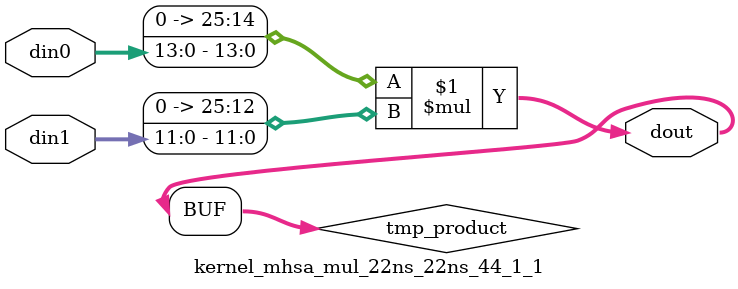
<source format=v>

`timescale 1 ns / 1 ps

 module kernel_mhsa_mul_22ns_22ns_44_1_1(din0, din1, dout);
parameter ID = 1;
parameter NUM_STAGE = 0;
parameter din0_WIDTH = 14;
parameter din1_WIDTH = 12;
parameter dout_WIDTH = 26;

input [din0_WIDTH - 1 : 0] din0; 
input [din1_WIDTH - 1 : 0] din1; 
output [dout_WIDTH - 1 : 0] dout;

wire signed [dout_WIDTH - 1 : 0] tmp_product;
























assign tmp_product = $signed({1'b0, din0}) * $signed({1'b0, din1});











assign dout = tmp_product;





















endmodule

</source>
